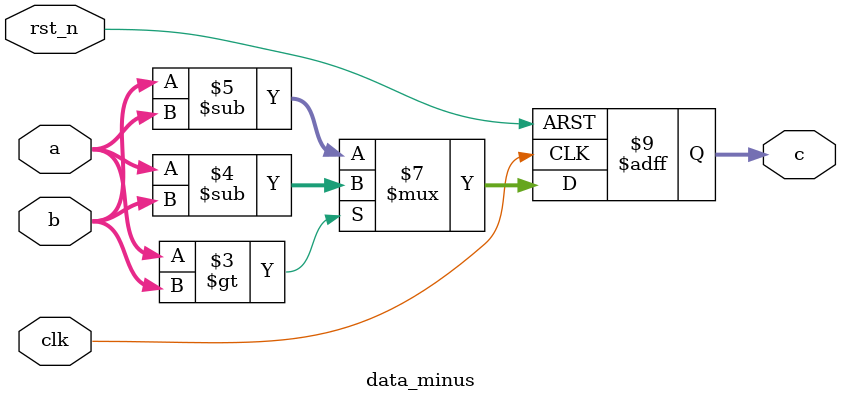
<source format=v>

`timescale 1ns/1ns
module data_minus(
	input clk,
	input rst_n,
	input [7:0]a,
	input [7:0]b,

	output  reg [8:0]c
);
    always @(posedge clk or negedge rst_n) begin
        if (!rst_n)
            c <= 9'b0;
        else if (a > b)
            c <= a - b;
        else
            c <= b - a;
    end    

endmodule
</source>
